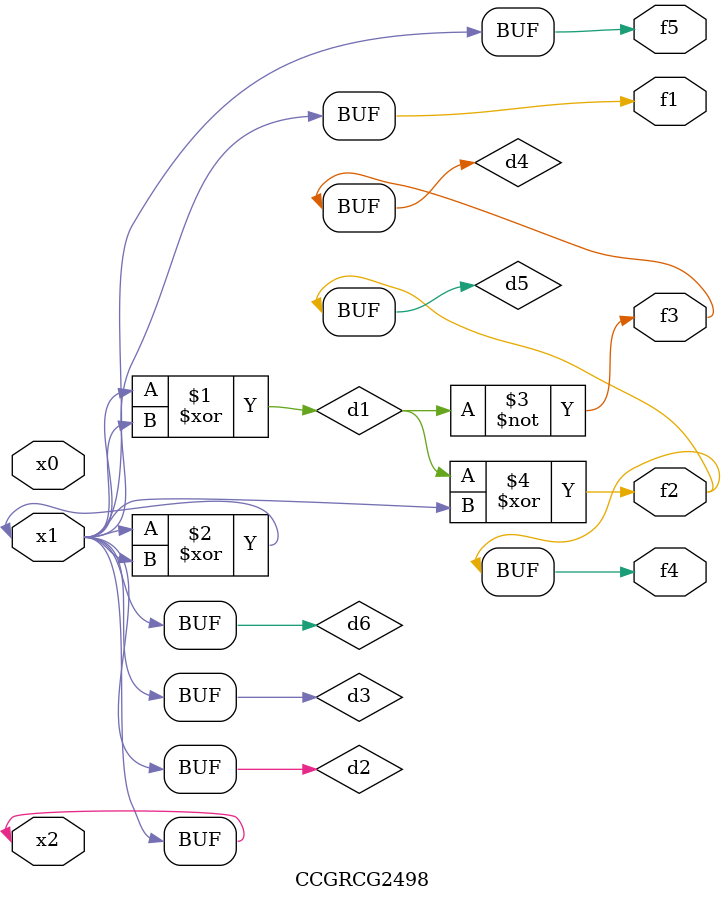
<source format=v>
module CCGRCG2498(
	input x0, x1, x2,
	output f1, f2, f3, f4, f5
);

	wire d1, d2, d3, d4, d5, d6;

	xor (d1, x1, x2);
	buf (d2, x1, x2);
	xor (d3, x1, x2);
	nor (d4, d1);
	xor (d5, d1, d2);
	buf (d6, d2, d3);
	assign f1 = d6;
	assign f2 = d5;
	assign f3 = d4;
	assign f4 = d5;
	assign f5 = d6;
endmodule

</source>
